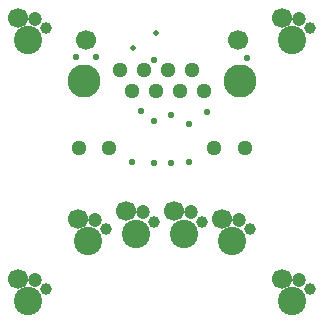
<source format=gbr>
G04 start of page 6 for group 4 idx 15 *
G04 Title: (unknown), exclude2 *
G04 Creator: pcb 4.2.0 *
G04 CreationDate: Mon Sep 28 05:23:24 2020 UTC *
G04 For: commonadmin *
G04 Format: Gerber/RS-274X *
G04 PCB-Dimensions (mil): 1250.00 1500.00 *
G04 PCB-Coordinate-Origin: lower left *
%MOIN*%
%FSLAX25Y25*%
%LNGROUP4*%
%ADD78C,0.0354*%
%ADD77C,0.0197*%
%ADD76C,0.0295*%
%ADD75C,0.0492*%
%ADD74C,0.0787*%
%ADD73C,0.0100*%
%ADD72C,0.0130*%
%ADD71C,0.0200*%
%ADD70C,0.0230*%
%ADD69C,0.0512*%
%ADD68C,0.1102*%
%ADD67C,0.0394*%
%ADD66C,0.0472*%
%ADD65C,0.0669*%
%ADD64C,0.0945*%
G54D64*X108000Y107000D03*
G54D65*X104457Y114480D03*
G54D66*X110362Y114087D03*
G54D67*X113906Y110937D03*
G54D65*X89713Y107004D03*
G54D68*X90500Y93500D03*
G54D64*X108000Y20000D03*
G54D65*X104457Y27480D03*
G54D66*X110362Y27087D03*
G54D67*X113906Y23937D03*
G54D66*X74362Y49587D03*
G54D67*X77906Y46437D03*
G54D65*X84457Y47480D03*
G54D66*X90362Y47087D03*
G54D69*X82035Y71020D03*
X92075D03*
G54D64*X20000Y107000D03*
G54D65*X16457Y114480D03*
G54D66*X22362Y114087D03*
G54D67*X25906Y110937D03*
G54D65*X39319Y107004D03*
G54D68*X38531Y93500D03*
G54D69*X58492Y97043D03*
X50461D03*
X54476Y89957D03*
X66524Y97043D03*
X74555D03*
X62508Y89957D03*
X70539D03*
X78571D03*
G54D64*X20000Y20000D03*
G54D65*X16457Y27480D03*
G54D66*X22362Y27087D03*
G54D67*X25906Y23937D03*
G54D64*X72000Y42500D03*
X88000Y40000D03*
G54D67*X93906Y43937D03*
G54D64*X56000Y42500D03*
X40000Y40000D03*
G54D67*X45906Y43937D03*
G54D65*X68457Y49980D03*
X52457D03*
G54D66*X58362Y49587D03*
G54D67*X61906Y46437D03*
G54D65*X36457Y47480D03*
G54D66*X42362Y47087D03*
G54D69*X36957Y71020D03*
X46996D03*
G54D70*X93000Y101000D03*
X79500Y83000D03*
G54D71*X55000Y104500D03*
X62500Y109500D03*
G54D70*X42500Y101500D03*
X36000D03*
X62000Y100500D03*
X57500Y83500D03*
X54500Y66500D03*
X67500Y82000D03*
Y66000D03*
X73500Y79000D03*
Y66500D03*
X62000Y80000D03*
Y66000D03*
G54D72*G54D73*G54D72*G54D74*G54D75*G54D76*G54D77*G54D69*G54D64*G54D74*G54D75*G54D76*G54D77*G54D76*G54D77*G54D75*G54D76*G54D78*G54D74*G54D75*G54D76*G54D77*G54D69*G54D64*G54D78*G54D74*G54D75*G54D76*G54D77*G54D74*G54D77*G54D74*G54D77*G54D75*G54D76*G54D77*G54D75*G54D76*G54D78*M02*

</source>
